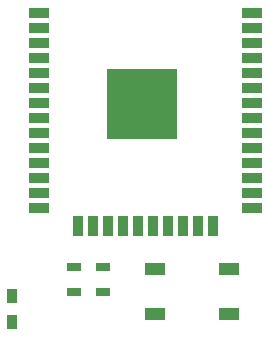
<source format=gtp>
%TF.GenerationSoftware,KiCad,Pcbnew,(5.1.0-4-gc924fc765)*%
%TF.CreationDate,2019-03-12T10:18:20+09:00*%
%TF.ProjectId,xbee,78626565-2e6b-4696-9361-645f70636258,rev?*%
%TF.SameCoordinates,Original*%
%TF.FileFunction,Paste,Top*%
%TF.FilePolarity,Positive*%
%FSLAX46Y46*%
G04 Gerber Fmt 4.6, Leading zero omitted, Abs format (unit mm)*
G04 Created by KiCad (PCBNEW (5.1.0-4-gc924fc765)) date 2019-03-12 10:18:20*
%MOMM*%
%LPD*%
G04 APERTURE LIST*
%ADD10R,0.900000X1.200000*%
%ADD11R,1.200000X0.700000*%
%ADD12R,1.750000X0.900000*%
%ADD13R,0.900000X1.750000*%
%ADD14R,6.000000X6.000000*%
%ADD15R,1.700000X1.000000*%
G04 APERTURE END LIST*
D10*
X137250000Y-121600000D03*
X137250000Y-119400000D03*
D11*
X144950000Y-116950000D03*
X142550000Y-116950000D03*
X144950000Y-119050000D03*
X142550000Y-119050000D03*
D12*
X157600434Y-95482662D03*
X157600434Y-96752662D03*
X157600434Y-98022662D03*
X157600434Y-99292662D03*
X157600434Y-100562662D03*
X157600434Y-101832662D03*
X157600434Y-103102662D03*
X157600434Y-104372662D03*
X157600434Y-105642662D03*
X157600434Y-106912662D03*
X157600434Y-108182662D03*
X157600434Y-109452662D03*
X157600434Y-110722662D03*
X157600434Y-111992662D03*
D13*
X154315434Y-113482662D03*
X153045434Y-113482662D03*
X151775434Y-113482662D03*
X150505434Y-113482662D03*
X149235434Y-113482662D03*
X147965434Y-113482662D03*
X146695434Y-113482662D03*
X145425434Y-113482662D03*
X144155434Y-113482662D03*
X142885434Y-113482662D03*
D12*
X139600434Y-111992662D03*
X139600434Y-110722662D03*
X139600434Y-109452662D03*
X139600434Y-108182662D03*
X139600434Y-106912662D03*
X139600434Y-105642662D03*
X139600434Y-104372662D03*
X139600434Y-103102662D03*
X139600434Y-101832662D03*
X139600434Y-100562662D03*
X139600434Y-99292662D03*
X139600434Y-98022662D03*
X139600434Y-96752662D03*
X139600434Y-95482662D03*
D14*
X148300434Y-103182662D03*
D15*
X155650000Y-120900000D03*
X149350000Y-120900000D03*
X155650000Y-117100000D03*
X149350000Y-117100000D03*
M02*

</source>
